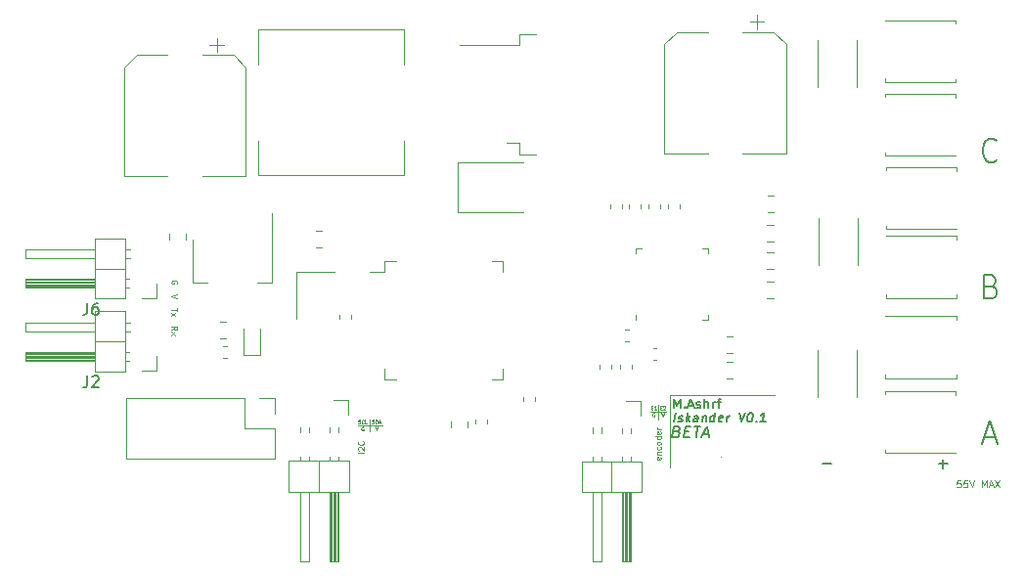
<source format=gbr>
%TF.GenerationSoftware,KiCad,Pcbnew,(5.1.6)-1*%
%TF.CreationDate,2021-03-31T23:30:28+02:00*%
%TF.ProjectId,DRIVER_8323_based,44524956-4552-45f3-9833-32335f626173,rev?*%
%TF.SameCoordinates,Original*%
%TF.FileFunction,Legend,Top*%
%TF.FilePolarity,Positive*%
%FSLAX46Y46*%
G04 Gerber Fmt 4.6, Leading zero omitted, Abs format (unit mm)*
G04 Created by KiCad (PCBNEW (5.1.6)-1) date 2021-03-31 23:30:28*
%MOMM*%
%LPD*%
G01*
G04 APERTURE LIST*
%ADD10C,0.000008*%
%ADD11C,0.150000*%
%ADD12C,0.120000*%
%ADD13C,0.100000*%
%ADD14C,0.075000*%
%ADD15C,0.062500*%
%ADD16C,0.125000*%
G04 APERTURE END LIST*
D10*
X134126429Y-81797448D02*
G75*
G02*
X134126607Y-81796854I249J249D01*
G01*
X134145500Y-81794088D02*
X134137772Y-81794967D01*
X134131488Y-81795919D02*
X134126607Y-81796854D01*
X134137772Y-81794967D02*
X134131488Y-81795919D01*
X134127706Y-81797936D02*
G75*
G02*
X134126429Y-81797449I-94J1670D01*
G01*
D11*
X130093764Y-78811904D02*
X130193764Y-78011904D01*
X130441383Y-78773809D02*
X130512812Y-78811904D01*
X130665193Y-78811904D01*
X130746145Y-78773809D01*
X130793764Y-78697619D01*
X130798526Y-78659523D01*
X130769955Y-78583333D01*
X130698526Y-78545238D01*
X130584241Y-78545238D01*
X130512812Y-78507142D01*
X130484241Y-78430952D01*
X130489002Y-78392857D01*
X130536622Y-78316666D01*
X130617574Y-78278571D01*
X130731860Y-78278571D01*
X130803288Y-78316666D01*
X131122336Y-78811904D02*
X131222336Y-78011904D01*
X131236622Y-78507142D02*
X131427098Y-78811904D01*
X131493764Y-78278571D02*
X131150907Y-78583333D01*
X132112812Y-78811904D02*
X132165193Y-78392857D01*
X132136622Y-78316666D01*
X132065193Y-78278571D01*
X131912812Y-78278571D01*
X131831860Y-78316666D01*
X132117574Y-78773809D02*
X132036622Y-78811904D01*
X131846145Y-78811904D01*
X131774717Y-78773809D01*
X131746145Y-78697619D01*
X131755669Y-78621428D01*
X131803288Y-78545238D01*
X131884241Y-78507142D01*
X132074717Y-78507142D01*
X132155669Y-78469047D01*
X132560431Y-78278571D02*
X132493764Y-78811904D01*
X132550907Y-78354761D02*
X132593764Y-78316666D01*
X132674717Y-78278571D01*
X132789002Y-78278571D01*
X132860431Y-78316666D01*
X132889002Y-78392857D01*
X132836622Y-78811904D01*
X133560431Y-78811904D02*
X133660431Y-78011904D01*
X133565193Y-78773809D02*
X133484241Y-78811904D01*
X133331860Y-78811904D01*
X133260431Y-78773809D01*
X133227098Y-78735714D01*
X133198526Y-78659523D01*
X133227098Y-78430952D01*
X133274717Y-78354761D01*
X133317574Y-78316666D01*
X133398526Y-78278571D01*
X133550907Y-78278571D01*
X133622336Y-78316666D01*
X134250907Y-78773809D02*
X134169955Y-78811904D01*
X134017574Y-78811904D01*
X133946145Y-78773809D01*
X133917574Y-78697619D01*
X133955669Y-78392857D01*
X134003288Y-78316666D01*
X134084241Y-78278571D01*
X134236622Y-78278571D01*
X134308050Y-78316666D01*
X134336622Y-78392857D01*
X134327098Y-78469047D01*
X133936622Y-78545238D01*
X134627098Y-78811904D02*
X134693764Y-78278571D01*
X134674717Y-78430952D02*
X134722336Y-78354761D01*
X134765193Y-78316666D01*
X134846145Y-78278571D01*
X134922336Y-78278571D01*
X135717574Y-78011904D02*
X135884241Y-78811904D01*
X136250907Y-78011904D01*
X136669955Y-78011904D02*
X136746145Y-78011904D01*
X136817574Y-78050000D01*
X136850907Y-78088095D01*
X136879479Y-78164285D01*
X136898526Y-78316666D01*
X136874717Y-78507142D01*
X136817574Y-78659523D01*
X136769955Y-78735714D01*
X136727098Y-78773809D01*
X136646145Y-78811904D01*
X136569955Y-78811904D01*
X136498526Y-78773809D01*
X136465193Y-78735714D01*
X136436622Y-78659523D01*
X136417574Y-78507142D01*
X136441383Y-78316666D01*
X136498526Y-78164285D01*
X136546145Y-78088095D01*
X136589002Y-78050000D01*
X136669955Y-78011904D01*
X137189002Y-78735714D02*
X137222336Y-78773809D01*
X137179479Y-78811904D01*
X137146145Y-78773809D01*
X137189002Y-78735714D01*
X137179479Y-78811904D01*
X137979479Y-78811904D02*
X137522336Y-78811904D01*
X137750907Y-78811904D02*
X137850907Y-78011904D01*
X137760431Y-78126190D01*
X137674717Y-78202380D01*
X137593764Y-78240476D01*
X142969047Y-82371428D02*
X143730952Y-82371428D01*
X152969047Y-82421428D02*
X153730952Y-82421428D01*
X153350000Y-82802380D02*
X153350000Y-82040476D01*
D12*
X129700000Y-76450000D02*
X138750000Y-76450000D01*
X129700000Y-76450000D02*
X129700000Y-82750000D01*
D13*
X87050000Y-66828571D02*
X87073809Y-66780952D01*
X87073809Y-66709523D01*
X87050000Y-66638095D01*
X87002380Y-66590476D01*
X86954761Y-66566666D01*
X86859523Y-66542857D01*
X86788095Y-66542857D01*
X86692857Y-66566666D01*
X86645238Y-66590476D01*
X86597619Y-66638095D01*
X86573809Y-66709523D01*
X86573809Y-66757142D01*
X86597619Y-66828571D01*
X86621428Y-66852380D01*
X86788095Y-66852380D01*
X86788095Y-66757142D01*
X87073809Y-67757142D02*
X86573809Y-67923809D01*
X87073809Y-68090476D01*
X87073809Y-68947619D02*
X87073809Y-69233333D01*
X86573809Y-69090476D02*
X87073809Y-69090476D01*
X86573809Y-69352380D02*
X86907142Y-69614285D01*
X86907142Y-69352380D02*
X86573809Y-69614285D01*
X86573809Y-70852380D02*
X86811904Y-70685714D01*
X86573809Y-70566666D02*
X87073809Y-70566666D01*
X87073809Y-70757142D01*
X87050000Y-70804761D01*
X87026190Y-70828571D01*
X86978571Y-70852380D01*
X86907142Y-70852380D01*
X86859523Y-70828571D01*
X86835714Y-70804761D01*
X86811904Y-70757142D01*
X86811904Y-70566666D01*
X86573809Y-71019047D02*
X86907142Y-71280952D01*
X86907142Y-71019047D02*
X86573809Y-71280952D01*
X103226190Y-81488095D02*
X102726190Y-81488095D01*
X102773809Y-81273809D02*
X102750000Y-81250000D01*
X102726190Y-81202380D01*
X102726190Y-81083333D01*
X102750000Y-81035714D01*
X102773809Y-81011904D01*
X102821428Y-80988095D01*
X102869047Y-80988095D01*
X102940476Y-81011904D01*
X103226190Y-81297619D01*
X103226190Y-80988095D01*
X103178571Y-80488095D02*
X103202380Y-80511904D01*
X103226190Y-80583333D01*
X103226190Y-80630952D01*
X103202380Y-80702380D01*
X103154761Y-80750000D01*
X103107142Y-80773809D01*
X103011904Y-80797619D01*
X102940476Y-80797619D01*
X102845238Y-80773809D01*
X102797619Y-80750000D01*
X102750000Y-80702380D01*
X102726190Y-80630952D01*
X102726190Y-80583333D01*
X102750000Y-80511904D01*
X102773809Y-80488095D01*
D12*
X103700000Y-78600000D02*
X103700000Y-79600000D01*
X102700000Y-79100000D02*
X104800000Y-79100000D01*
D14*
X104200000Y-79235714D02*
X104300000Y-79535714D01*
X104400000Y-79235714D01*
X103935714Y-78921428D02*
X103978571Y-78935714D01*
X104050000Y-78935714D01*
X104078571Y-78921428D01*
X104092857Y-78907142D01*
X104107142Y-78878571D01*
X104107142Y-78850000D01*
X104092857Y-78821428D01*
X104078571Y-78807142D01*
X104050000Y-78792857D01*
X103992857Y-78778571D01*
X103964285Y-78764285D01*
X103950000Y-78750000D01*
X103935714Y-78721428D01*
X103935714Y-78692857D01*
X103950000Y-78664285D01*
X103964285Y-78650000D01*
X103992857Y-78635714D01*
X104064285Y-78635714D01*
X104107142Y-78650000D01*
X104235714Y-78935714D02*
X104235714Y-78635714D01*
X104307142Y-78635714D01*
X104350000Y-78650000D01*
X104378571Y-78678571D01*
X104392857Y-78707142D01*
X104407142Y-78764285D01*
X104407142Y-78807142D01*
X104392857Y-78864285D01*
X104378571Y-78892857D01*
X104350000Y-78921428D01*
X104307142Y-78935714D01*
X104235714Y-78935714D01*
X104521428Y-78850000D02*
X104664285Y-78850000D01*
X104492857Y-78935714D02*
X104592857Y-78635714D01*
X104692857Y-78935714D01*
X102742857Y-78921428D02*
X102785714Y-78935714D01*
X102857142Y-78935714D01*
X102885714Y-78921428D01*
X102900000Y-78907142D01*
X102914285Y-78878571D01*
X102914285Y-78850000D01*
X102900000Y-78821428D01*
X102885714Y-78807142D01*
X102857142Y-78792857D01*
X102800000Y-78778571D01*
X102771428Y-78764285D01*
X102757142Y-78750000D01*
X102742857Y-78721428D01*
X102742857Y-78692857D01*
X102757142Y-78664285D01*
X102771428Y-78650000D01*
X102800000Y-78635714D01*
X102871428Y-78635714D01*
X102914285Y-78650000D01*
X103214285Y-78907142D02*
X103200000Y-78921428D01*
X103157142Y-78935714D01*
X103128571Y-78935714D01*
X103085714Y-78921428D01*
X103057142Y-78892857D01*
X103042857Y-78864285D01*
X103028571Y-78807142D01*
X103028571Y-78764285D01*
X103042857Y-78707142D01*
X103057142Y-78678571D01*
X103085714Y-78650000D01*
X103128571Y-78635714D01*
X103157142Y-78635714D01*
X103200000Y-78650000D01*
X103214285Y-78664285D01*
X103485714Y-78935714D02*
X103342857Y-78935714D01*
X103342857Y-78635714D01*
D15*
X103178571Y-79250000D02*
X103150000Y-79235714D01*
X103107142Y-79235714D01*
X103064285Y-79250000D01*
X103035714Y-79278571D01*
X103021428Y-79307142D01*
X103007142Y-79364285D01*
X103007142Y-79407142D01*
X103021428Y-79464285D01*
X103035714Y-79492857D01*
X103064285Y-79521428D01*
X103107142Y-79535714D01*
X103135714Y-79535714D01*
X103178571Y-79521428D01*
X103192857Y-79507142D01*
X103192857Y-79407142D01*
X103135714Y-79407142D01*
D12*
X128000000Y-77900000D02*
X129400000Y-77900000D01*
X128700000Y-77300000D02*
X128700000Y-78600000D01*
D14*
X128892857Y-77578571D02*
X128992857Y-77578571D01*
X129035714Y-77735714D02*
X128892857Y-77735714D01*
X128892857Y-77435714D01*
X129035714Y-77435714D01*
X129150000Y-77464285D02*
X129164285Y-77450000D01*
X129192857Y-77435714D01*
X129264285Y-77435714D01*
X129292857Y-77450000D01*
X129307142Y-77464285D01*
X129321428Y-77492857D01*
X129321428Y-77521428D01*
X129307142Y-77564285D01*
X129135714Y-77735714D01*
X129321428Y-77735714D01*
X128092857Y-77578571D02*
X128192857Y-77578571D01*
X128235714Y-77735714D02*
X128092857Y-77735714D01*
X128092857Y-77435714D01*
X128235714Y-77435714D01*
X128521428Y-77735714D02*
X128350000Y-77735714D01*
X128435714Y-77735714D02*
X128435714Y-77435714D01*
X128407142Y-77478571D01*
X128378571Y-77507142D01*
X128350000Y-77521428D01*
X129000000Y-78035714D02*
X129100000Y-78335714D01*
X129200000Y-78035714D01*
D15*
X128378571Y-78050000D02*
X128350000Y-78035714D01*
X128307142Y-78035714D01*
X128264285Y-78050000D01*
X128235714Y-78078571D01*
X128221428Y-78107142D01*
X128207142Y-78164285D01*
X128207142Y-78207142D01*
X128221428Y-78264285D01*
X128235714Y-78292857D01*
X128264285Y-78321428D01*
X128307142Y-78335714D01*
X128335714Y-78335714D01*
X128378571Y-78321428D01*
X128392857Y-78307142D01*
X128392857Y-78207142D01*
X128335714Y-78207142D01*
D13*
X128902380Y-81866666D02*
X128926190Y-81914285D01*
X128926190Y-82009523D01*
X128902380Y-82057142D01*
X128854761Y-82080952D01*
X128664285Y-82080952D01*
X128616666Y-82057142D01*
X128592857Y-82009523D01*
X128592857Y-81914285D01*
X128616666Y-81866666D01*
X128664285Y-81842857D01*
X128711904Y-81842857D01*
X128759523Y-82080952D01*
X128592857Y-81628571D02*
X128926190Y-81628571D01*
X128640476Y-81628571D02*
X128616666Y-81604761D01*
X128592857Y-81557142D01*
X128592857Y-81485714D01*
X128616666Y-81438095D01*
X128664285Y-81414285D01*
X128926190Y-81414285D01*
X128902380Y-80961904D02*
X128926190Y-81009523D01*
X128926190Y-81104761D01*
X128902380Y-81152380D01*
X128878571Y-81176190D01*
X128830952Y-81200000D01*
X128688095Y-81200000D01*
X128640476Y-81176190D01*
X128616666Y-81152380D01*
X128592857Y-81104761D01*
X128592857Y-81009523D01*
X128616666Y-80961904D01*
X128926190Y-80676190D02*
X128902380Y-80723809D01*
X128878571Y-80747619D01*
X128830952Y-80771428D01*
X128688095Y-80771428D01*
X128640476Y-80747619D01*
X128616666Y-80723809D01*
X128592857Y-80676190D01*
X128592857Y-80604761D01*
X128616666Y-80557142D01*
X128640476Y-80533333D01*
X128688095Y-80509523D01*
X128830952Y-80509523D01*
X128878571Y-80533333D01*
X128902380Y-80557142D01*
X128926190Y-80604761D01*
X128926190Y-80676190D01*
X128926190Y-80080952D02*
X128426190Y-80080952D01*
X128902380Y-80080952D02*
X128926190Y-80128571D01*
X128926190Y-80223809D01*
X128902380Y-80271428D01*
X128878571Y-80295238D01*
X128830952Y-80319047D01*
X128688095Y-80319047D01*
X128640476Y-80295238D01*
X128616666Y-80271428D01*
X128592857Y-80223809D01*
X128592857Y-80128571D01*
X128616666Y-80080952D01*
X128902380Y-79652380D02*
X128926190Y-79700000D01*
X128926190Y-79795238D01*
X128902380Y-79842857D01*
X128854761Y-79866666D01*
X128664285Y-79866666D01*
X128616666Y-79842857D01*
X128592857Y-79795238D01*
X128592857Y-79700000D01*
X128616666Y-79652380D01*
X128664285Y-79628571D01*
X128711904Y-79628571D01*
X128759523Y-79866666D01*
X128926190Y-79414285D02*
X128592857Y-79414285D01*
X128688095Y-79414285D02*
X128640476Y-79390476D01*
X128616666Y-79366666D01*
X128592857Y-79319047D01*
X128592857Y-79271428D01*
D11*
X130325014Y-79628571D02*
X130461919Y-79676190D01*
X130503586Y-79723809D01*
X130539300Y-79819047D01*
X130521443Y-79961904D01*
X130461919Y-80057142D01*
X130408348Y-80104761D01*
X130307157Y-80152380D01*
X129926205Y-80152380D01*
X130051205Y-79152380D01*
X130384538Y-79152380D01*
X130473824Y-79200000D01*
X130515491Y-79247619D01*
X130551205Y-79342857D01*
X130539300Y-79438095D01*
X130479776Y-79533333D01*
X130426205Y-79580952D01*
X130325014Y-79628571D01*
X129991681Y-79628571D01*
X130991681Y-79628571D02*
X131325014Y-79628571D01*
X131402395Y-80152380D02*
X130926205Y-80152380D01*
X131051205Y-79152380D01*
X131527395Y-79152380D01*
X131813110Y-79152380D02*
X132384538Y-79152380D01*
X131973824Y-80152380D02*
X132098824Y-79152380D01*
X132580967Y-79866666D02*
X133057157Y-79866666D01*
X132450014Y-80152380D02*
X132908348Y-79152380D01*
X133116681Y-80152380D01*
X130088095Y-77611904D02*
X130088095Y-76811904D01*
X130354761Y-77383333D01*
X130621428Y-76811904D01*
X130621428Y-77611904D01*
X131002380Y-77535714D02*
X131040476Y-77573809D01*
X131002380Y-77611904D01*
X130964285Y-77573809D01*
X131002380Y-77535714D01*
X131002380Y-77611904D01*
X131345238Y-77383333D02*
X131726190Y-77383333D01*
X131269047Y-77611904D02*
X131535714Y-76811904D01*
X131802380Y-77611904D01*
X132030952Y-77573809D02*
X132107142Y-77611904D01*
X132259523Y-77611904D01*
X132335714Y-77573809D01*
X132373809Y-77497619D01*
X132373809Y-77459523D01*
X132335714Y-77383333D01*
X132259523Y-77345238D01*
X132145238Y-77345238D01*
X132069047Y-77307142D01*
X132030952Y-77230952D01*
X132030952Y-77192857D01*
X132069047Y-77116666D01*
X132145238Y-77078571D01*
X132259523Y-77078571D01*
X132335714Y-77116666D01*
X132716666Y-77611904D02*
X132716666Y-76811904D01*
X133059523Y-77611904D02*
X133059523Y-77192857D01*
X133021428Y-77116666D01*
X132945238Y-77078571D01*
X132830952Y-77078571D01*
X132754761Y-77116666D01*
X132716666Y-77154761D01*
X133440476Y-77611904D02*
X133440476Y-77078571D01*
X133440476Y-77230952D02*
X133478571Y-77154761D01*
X133516666Y-77116666D01*
X133592857Y-77078571D01*
X133669047Y-77078571D01*
X133821428Y-77078571D02*
X134126190Y-77078571D01*
X133935714Y-77611904D02*
X133935714Y-76926190D01*
X133973809Y-76850000D01*
X134050000Y-76811904D01*
X134126190Y-76811904D01*
D16*
X154885714Y-83871428D02*
X154600000Y-83871428D01*
X154571428Y-84157142D01*
X154600000Y-84128571D01*
X154657142Y-84100000D01*
X154800000Y-84100000D01*
X154857142Y-84128571D01*
X154885714Y-84157142D01*
X154914285Y-84214285D01*
X154914285Y-84357142D01*
X154885714Y-84414285D01*
X154857142Y-84442857D01*
X154800000Y-84471428D01*
X154657142Y-84471428D01*
X154600000Y-84442857D01*
X154571428Y-84414285D01*
X155457142Y-83871428D02*
X155171428Y-83871428D01*
X155142857Y-84157142D01*
X155171428Y-84128571D01*
X155228571Y-84100000D01*
X155371428Y-84100000D01*
X155428571Y-84128571D01*
X155457142Y-84157142D01*
X155485714Y-84214285D01*
X155485714Y-84357142D01*
X155457142Y-84414285D01*
X155428571Y-84442857D01*
X155371428Y-84471428D01*
X155228571Y-84471428D01*
X155171428Y-84442857D01*
X155142857Y-84414285D01*
X155657142Y-83871428D02*
X155857142Y-84471428D01*
X156057142Y-83871428D01*
X156714285Y-84471428D02*
X156714285Y-83871428D01*
X156914285Y-84300000D01*
X157114285Y-83871428D01*
X157114285Y-84471428D01*
X157371428Y-84300000D02*
X157657142Y-84300000D01*
X157314285Y-84471428D02*
X157514285Y-83871428D01*
X157714285Y-84471428D01*
X157857142Y-83871428D02*
X158257142Y-84471428D01*
X158257142Y-83871428D02*
X157857142Y-84471428D01*
D11*
X158019047Y-56114285D02*
X157923809Y-56209523D01*
X157638095Y-56304761D01*
X157447619Y-56304761D01*
X157161904Y-56209523D01*
X156971428Y-56019047D01*
X156876190Y-55828571D01*
X156780952Y-55447619D01*
X156780952Y-55161904D01*
X156876190Y-54780952D01*
X156971428Y-54590476D01*
X157161904Y-54400000D01*
X157447619Y-54304761D01*
X157638095Y-54304761D01*
X157923809Y-54400000D01*
X158019047Y-54495238D01*
X156923809Y-80133333D02*
X157876190Y-80133333D01*
X156733333Y-80704761D02*
X157400000Y-78704761D01*
X158066666Y-80704761D01*
X157542857Y-67057142D02*
X157828571Y-67152380D01*
X157923809Y-67247619D01*
X158019047Y-67438095D01*
X158019047Y-67723809D01*
X157923809Y-67914285D01*
X157828571Y-68009523D01*
X157638095Y-68104761D01*
X156876190Y-68104761D01*
X156876190Y-66104761D01*
X157542857Y-66104761D01*
X157733333Y-66200000D01*
X157828571Y-66295238D01*
X157923809Y-66485714D01*
X157923809Y-66676190D01*
X157828571Y-66866666D01*
X157733333Y-66961904D01*
X157542857Y-67057142D01*
X156876190Y-67057142D01*
D12*
%TO.C,Q6*%
X154435000Y-49410000D02*
X148315000Y-49410000D01*
X154435000Y-44040000D02*
X148315000Y-44040000D01*
X148315000Y-49060000D02*
X148315000Y-49410000D01*
X154435000Y-49110000D02*
X154435000Y-49410000D01*
X154435000Y-44340000D02*
X154435000Y-44040000D01*
%TO.C,Q5*%
X154535000Y-68085000D02*
X148415000Y-68085000D01*
X154535000Y-62715000D02*
X148415000Y-62715000D01*
X148415000Y-67735000D02*
X148415000Y-68085000D01*
X154535000Y-67785000D02*
X154535000Y-68085000D01*
X154535000Y-63015000D02*
X154535000Y-62715000D01*
%TO.C,Q4*%
X154510000Y-75035000D02*
X148390000Y-75035000D01*
X154510000Y-69665000D02*
X148390000Y-69665000D01*
X148390000Y-74685000D02*
X148390000Y-75035000D01*
X154510000Y-74735000D02*
X154510000Y-75035000D01*
X154510000Y-69965000D02*
X154510000Y-69665000D01*
%TO.C,Q3*%
X148340000Y-50390000D02*
X154460000Y-50390000D01*
X148340000Y-55760000D02*
X154460000Y-55760000D01*
X154460000Y-50740000D02*
X154460000Y-50390000D01*
X148340000Y-50690000D02*
X148340000Y-50390000D01*
X148340000Y-55460000D02*
X148340000Y-55760000D01*
%TO.C,Q2*%
X148415000Y-56740000D02*
X154535000Y-56740000D01*
X148415000Y-62110000D02*
X154535000Y-62110000D01*
X154535000Y-57090000D02*
X154535000Y-56740000D01*
X148415000Y-57040000D02*
X148415000Y-56740000D01*
X148415000Y-61810000D02*
X148415000Y-62110000D01*
%TO.C,Q1*%
X148340000Y-76115000D02*
X154460000Y-76115000D01*
X148340000Y-81485000D02*
X154460000Y-81485000D01*
X154460000Y-76465000D02*
X154460000Y-76115000D01*
X148340000Y-76415000D02*
X148340000Y-76115000D01*
X148340000Y-81185000D02*
X148340000Y-81485000D01*
%TO.C,J6*%
X82560000Y-68130000D02*
X82560000Y-62930000D01*
X82560000Y-62930000D02*
X79900000Y-62930000D01*
X79900000Y-62930000D02*
X79900000Y-68130000D01*
X79900000Y-68130000D02*
X82560000Y-68130000D01*
X79900000Y-67180000D02*
X73900000Y-67180000D01*
X73900000Y-67180000D02*
X73900000Y-66420000D01*
X73900000Y-66420000D02*
X79900000Y-66420000D01*
X79900000Y-67120000D02*
X73900000Y-67120000D01*
X79900000Y-67000000D02*
X73900000Y-67000000D01*
X79900000Y-66880000D02*
X73900000Y-66880000D01*
X79900000Y-66760000D02*
X73900000Y-66760000D01*
X79900000Y-66640000D02*
X73900000Y-66640000D01*
X79900000Y-66520000D02*
X73900000Y-66520000D01*
X82890000Y-67180000D02*
X82560000Y-67180000D01*
X82890000Y-66420000D02*
X82560000Y-66420000D01*
X82560000Y-65530000D02*
X79900000Y-65530000D01*
X79900000Y-64640000D02*
X73900000Y-64640000D01*
X73900000Y-64640000D02*
X73900000Y-63880000D01*
X73900000Y-63880000D02*
X79900000Y-63880000D01*
X82957071Y-64640000D02*
X82560000Y-64640000D01*
X82957071Y-63880000D02*
X82560000Y-63880000D01*
X85270000Y-66800000D02*
X85270000Y-68070000D01*
X85270000Y-68070000D02*
X84000000Y-68070000D01*
%TO.C,J2*%
X82560000Y-74430000D02*
X82560000Y-69230000D01*
X82560000Y-69230000D02*
X79900000Y-69230000D01*
X79900000Y-69230000D02*
X79900000Y-74430000D01*
X79900000Y-74430000D02*
X82560000Y-74430000D01*
X79900000Y-73480000D02*
X73900000Y-73480000D01*
X73900000Y-73480000D02*
X73900000Y-72720000D01*
X73900000Y-72720000D02*
X79900000Y-72720000D01*
X79900000Y-73420000D02*
X73900000Y-73420000D01*
X79900000Y-73300000D02*
X73900000Y-73300000D01*
X79900000Y-73180000D02*
X73900000Y-73180000D01*
X79900000Y-73060000D02*
X73900000Y-73060000D01*
X79900000Y-72940000D02*
X73900000Y-72940000D01*
X79900000Y-72820000D02*
X73900000Y-72820000D01*
X82890000Y-73480000D02*
X82560000Y-73480000D01*
X82890000Y-72720000D02*
X82560000Y-72720000D01*
X82560000Y-71830000D02*
X79900000Y-71830000D01*
X79900000Y-70940000D02*
X73900000Y-70940000D01*
X73900000Y-70940000D02*
X73900000Y-70180000D01*
X73900000Y-70180000D02*
X79900000Y-70180000D01*
X82957071Y-70940000D02*
X82560000Y-70940000D01*
X82957071Y-70180000D02*
X82560000Y-70180000D01*
X85270000Y-73100000D02*
X85270000Y-74370000D01*
X85270000Y-74370000D02*
X84000000Y-74370000D01*
%TO.C,J5*%
X82660000Y-76770000D02*
X82660000Y-81970000D01*
X92880000Y-76770000D02*
X82660000Y-76770000D01*
X95480000Y-81970000D02*
X82660000Y-81970000D01*
X92880000Y-76770000D02*
X92880000Y-79370000D01*
X92880000Y-79370000D02*
X95480000Y-79370000D01*
X95480000Y-79370000D02*
X95480000Y-81970000D01*
X94150000Y-76770000D02*
X95480000Y-76770000D01*
X95480000Y-76770000D02*
X95480000Y-78100000D01*
%TO.C,J3*%
X101930000Y-82180000D02*
X96730000Y-82180000D01*
X96730000Y-82180000D02*
X96730000Y-84840000D01*
X96730000Y-84840000D02*
X101930000Y-84840000D01*
X101930000Y-84840000D02*
X101930000Y-82180000D01*
X100980000Y-84840000D02*
X100980000Y-90840000D01*
X100980000Y-90840000D02*
X100220000Y-90840000D01*
X100220000Y-90840000D02*
X100220000Y-84840000D01*
X100920000Y-84840000D02*
X100920000Y-90840000D01*
X100800000Y-84840000D02*
X100800000Y-90840000D01*
X100680000Y-84840000D02*
X100680000Y-90840000D01*
X100560000Y-84840000D02*
X100560000Y-90840000D01*
X100440000Y-84840000D02*
X100440000Y-90840000D01*
X100320000Y-84840000D02*
X100320000Y-90840000D01*
X100980000Y-81782929D02*
X100980000Y-82180000D01*
X100220000Y-81782929D02*
X100220000Y-82180000D01*
X100980000Y-79310000D02*
X100980000Y-79697071D01*
X100220000Y-79310000D02*
X100220000Y-79697071D01*
X99330000Y-82180000D02*
X99330000Y-84840000D01*
X98440000Y-84840000D02*
X98440000Y-90840000D01*
X98440000Y-90840000D02*
X97680000Y-90840000D01*
X97680000Y-90840000D02*
X97680000Y-84840000D01*
X98440000Y-81782929D02*
X98440000Y-82180000D01*
X97680000Y-81782929D02*
X97680000Y-82180000D01*
X98440000Y-79242929D02*
X98440000Y-79697071D01*
X97680000Y-79242929D02*
X97680000Y-79697071D01*
X100600000Y-76930000D02*
X101870000Y-76930000D01*
X101870000Y-76930000D02*
X101870000Y-78200000D01*
%TO.C,J1*%
X127280000Y-82240000D02*
X122080000Y-82240000D01*
X122080000Y-82240000D02*
X122080000Y-84900000D01*
X122080000Y-84900000D02*
X127280000Y-84900000D01*
X127280000Y-84900000D02*
X127280000Y-82240000D01*
X126330000Y-84900000D02*
X126330000Y-90900000D01*
X126330000Y-90900000D02*
X125570000Y-90900000D01*
X125570000Y-90900000D02*
X125570000Y-84900000D01*
X126270000Y-84900000D02*
X126270000Y-90900000D01*
X126150000Y-84900000D02*
X126150000Y-90900000D01*
X126030000Y-84900000D02*
X126030000Y-90900000D01*
X125910000Y-84900000D02*
X125910000Y-90900000D01*
X125790000Y-84900000D02*
X125790000Y-90900000D01*
X125670000Y-84900000D02*
X125670000Y-90900000D01*
X126330000Y-81842929D02*
X126330000Y-82240000D01*
X125570000Y-81842929D02*
X125570000Y-82240000D01*
X126330000Y-79370000D02*
X126330000Y-79757071D01*
X125570000Y-79370000D02*
X125570000Y-79757071D01*
X124680000Y-82240000D02*
X124680000Y-84900000D01*
X123790000Y-84900000D02*
X123790000Y-90900000D01*
X123790000Y-90900000D02*
X123030000Y-90900000D01*
X123030000Y-90900000D02*
X123030000Y-84900000D01*
X123790000Y-81842929D02*
X123790000Y-82240000D01*
X123030000Y-81842929D02*
X123030000Y-82240000D01*
X123790000Y-79302929D02*
X123790000Y-79757071D01*
X123030000Y-79302929D02*
X123030000Y-79757071D01*
X125950000Y-76990000D02*
X127220000Y-76990000D01*
X127220000Y-76990000D02*
X127220000Y-78260000D01*
%TO.C,R9*%
X134641422Y-71390000D02*
X135158578Y-71390000D01*
X134641422Y-72810000D02*
X135158578Y-72810000D01*
%TO.C,U2*%
X126770000Y-64244216D02*
X126770000Y-63769216D01*
X126770000Y-63769216D02*
X127245000Y-63769216D01*
X132990000Y-69514216D02*
X132990000Y-69989216D01*
X132990000Y-69989216D02*
X132515000Y-69989216D01*
X132990000Y-64244216D02*
X132990000Y-63769216D01*
X132990000Y-63769216D02*
X132515000Y-63769216D01*
X126770000Y-69514216D02*
X126770000Y-69989216D01*
%TO.C,R17*%
X125560000Y-60312779D02*
X125560000Y-59987221D01*
X124540000Y-60312779D02*
X124540000Y-59987221D01*
%TO.C,R16*%
X127160000Y-60312779D02*
X127160000Y-59987221D01*
X126140000Y-60312779D02*
X126140000Y-59987221D01*
%TO.C,R15*%
X128910000Y-60312779D02*
X128910000Y-59987221D01*
X127890000Y-60312779D02*
X127890000Y-59987221D01*
%TO.C,U4*%
X118150000Y-45225000D02*
X116650000Y-45225000D01*
X116650000Y-45225000D02*
X116650000Y-46175000D01*
X116650000Y-46175000D02*
X111525000Y-46175000D01*
X118150000Y-55625000D02*
X116650000Y-55625000D01*
X116650000Y-55625000D02*
X116650000Y-54675000D01*
X116650000Y-54675000D02*
X115550000Y-54675000D01*
%TO.C,U1*%
X88440000Y-66760000D02*
X89700000Y-66760000D01*
X95260000Y-66760000D02*
X94000000Y-66760000D01*
X88440000Y-63000000D02*
X88440000Y-66760000D01*
X95260000Y-60750000D02*
X95260000Y-66760000D01*
%TO.C,C16*%
X123604000Y-74186279D02*
X123604000Y-73860721D01*
X124624000Y-74186279D02*
X124624000Y-73860721D01*
%TO.C,R5*%
X102160000Y-69900279D02*
X102160000Y-69574721D01*
X101140000Y-69900279D02*
X101140000Y-69574721D01*
%TO.C,L1*%
X94100000Y-47850000D02*
X94100000Y-44850000D01*
X94100000Y-44850000D02*
X106700000Y-44850000D01*
X106700000Y-44850000D02*
X106700000Y-47850000D01*
X106700000Y-54450000D02*
X106700000Y-57450000D01*
X106700000Y-57450000D02*
X94100000Y-57450000D01*
X94100000Y-57450000D02*
X94100000Y-54450000D01*
%TO.C,D1*%
X111360000Y-56350000D02*
X111360000Y-60650000D01*
X111360000Y-60650000D02*
X117060000Y-60650000D01*
X111360000Y-56350000D02*
X117060000Y-56350000D01*
%TO.C,C14*%
X82490000Y-57560000D02*
X86240000Y-57560000D01*
X93010000Y-57560000D02*
X89260000Y-57560000D01*
X93010000Y-48104437D02*
X93010000Y-57560000D01*
X82490000Y-48104437D02*
X82490000Y-57560000D01*
X83554437Y-47040000D02*
X86240000Y-47040000D01*
X91945563Y-47040000D02*
X89260000Y-47040000D01*
X91945563Y-47040000D02*
X93010000Y-48104437D01*
X83554437Y-47040000D02*
X82490000Y-48104437D01*
X90510000Y-45550000D02*
X90510000Y-46800000D01*
X91135000Y-46175000D02*
X89885000Y-46175000D01*
%TO.C,C13*%
X129240000Y-55560000D02*
X132990000Y-55560000D01*
X139760000Y-55560000D02*
X136010000Y-55560000D01*
X139760000Y-46104437D02*
X139760000Y-55560000D01*
X129240000Y-46104437D02*
X129240000Y-55560000D01*
X130304437Y-45040000D02*
X132990000Y-45040000D01*
X138695563Y-45040000D02*
X136010000Y-45040000D01*
X138695563Y-45040000D02*
X139760000Y-46104437D01*
X130304437Y-45040000D02*
X129240000Y-46104437D01*
X137260000Y-43550000D02*
X137260000Y-44800000D01*
X137885000Y-44175000D02*
X136635000Y-44175000D01*
%TO.C,U3*%
X114310000Y-75110000D02*
X115260000Y-75110000D01*
X115260000Y-75110000D02*
X115260000Y-74160000D01*
X105990000Y-75110000D02*
X105040000Y-75110000D01*
X105040000Y-75110000D02*
X105040000Y-74160000D01*
X114310000Y-64890000D02*
X115260000Y-64890000D01*
X115260000Y-64890000D02*
X115260000Y-65840000D01*
X105990000Y-64890000D02*
X105040000Y-64890000D01*
X105040000Y-64890000D02*
X105040000Y-65840000D01*
X105040000Y-65840000D02*
X103700000Y-65840000D01*
%TO.C,R3*%
X112216000Y-78735422D02*
X112216000Y-79252578D01*
X110796000Y-78735422D02*
X110796000Y-79252578D01*
%TO.C,R2*%
X99572578Y-63702000D02*
X99055422Y-63702000D01*
X99572578Y-62282000D02*
X99055422Y-62282000D01*
%TO.C,R1*%
X91352779Y-73260000D02*
X91027221Y-73260000D01*
X91352779Y-72240000D02*
X91027221Y-72240000D01*
%TO.C,HSE1*%
X100650000Y-65850000D02*
X97350000Y-65850000D01*
X97350000Y-65850000D02*
X97350000Y-69850000D01*
%TO.C,D2*%
X92815000Y-70700000D02*
X92815000Y-72985000D01*
X92815000Y-72985000D02*
X94285000Y-72985000D01*
X94285000Y-72985000D02*
X94285000Y-70700000D01*
%TO.C,C19*%
X113910000Y-78637221D02*
X113910000Y-78962779D01*
X112890000Y-78637221D02*
X112890000Y-78962779D01*
%TO.C,C3*%
X118060000Y-76687221D02*
X118060000Y-77012779D01*
X117040000Y-76687221D02*
X117040000Y-77012779D01*
%TO.C,C2*%
X91258578Y-71560000D02*
X90741422Y-71560000D01*
X91258578Y-70140000D02*
X90741422Y-70140000D01*
%TO.C,C1*%
X87810000Y-62491422D02*
X87810000Y-63008578D01*
X86390000Y-62491422D02*
X86390000Y-63008578D01*
%TO.C,R14*%
X145910000Y-45747936D02*
X145910000Y-49852064D01*
X142490000Y-45747936D02*
X142490000Y-49852064D01*
%TO.C,R13*%
X142590000Y-65252064D02*
X142590000Y-61147936D01*
X146010000Y-65252064D02*
X146010000Y-61147936D01*
%TO.C,R11*%
X138191422Y-59190000D02*
X138708578Y-59190000D01*
X138191422Y-60610000D02*
X138708578Y-60610000D01*
%TO.C,R10*%
X138141422Y-66690000D02*
X138658578Y-66690000D01*
X138141422Y-68110000D02*
X138658578Y-68110000D01*
%TO.C,R8*%
X138141422Y-61790000D02*
X138658578Y-61790000D01*
X138141422Y-63210000D02*
X138658578Y-63210000D01*
%TO.C,R7*%
X138141422Y-64140000D02*
X138658578Y-64140000D01*
X138141422Y-65560000D02*
X138658578Y-65560000D01*
%TO.C,R4*%
X130560000Y-59987221D02*
X130560000Y-60312779D01*
X129540000Y-59987221D02*
X129540000Y-60312779D01*
%TO.C,R12*%
X145910000Y-72547936D02*
X145910000Y-76652064D01*
X142490000Y-72547936D02*
X142490000Y-76652064D01*
%TO.C,C18*%
X126162779Y-71810000D02*
X125837221Y-71810000D01*
X126162779Y-70790000D02*
X125837221Y-70790000D01*
%TO.C,C17*%
X128571279Y-73428000D02*
X128245721Y-73428000D01*
X128571279Y-72408000D02*
X128245721Y-72408000D01*
%TO.C,R6*%
X134641422Y-73590000D02*
X135158578Y-73590000D01*
X134641422Y-75010000D02*
X135158578Y-75010000D01*
%TO.C,C15*%
X125382000Y-74171279D02*
X125382000Y-73845721D01*
X126402000Y-74171279D02*
X126402000Y-73845721D01*
%TO.C,J6*%
D11*
X79281666Y-68522380D02*
X79281666Y-69236666D01*
X79234047Y-69379523D01*
X79138809Y-69474761D01*
X78995952Y-69522380D01*
X78900714Y-69522380D01*
X80186428Y-68522380D02*
X79995952Y-68522380D01*
X79900714Y-68570000D01*
X79853095Y-68617619D01*
X79757857Y-68760476D01*
X79710238Y-68950952D01*
X79710238Y-69331904D01*
X79757857Y-69427142D01*
X79805476Y-69474761D01*
X79900714Y-69522380D01*
X80091190Y-69522380D01*
X80186428Y-69474761D01*
X80234047Y-69427142D01*
X80281666Y-69331904D01*
X80281666Y-69093809D01*
X80234047Y-68998571D01*
X80186428Y-68950952D01*
X80091190Y-68903333D01*
X79900714Y-68903333D01*
X79805476Y-68950952D01*
X79757857Y-68998571D01*
X79710238Y-69093809D01*
%TO.C,J2*%
X79281666Y-74822380D02*
X79281666Y-75536666D01*
X79234047Y-75679523D01*
X79138809Y-75774761D01*
X78995952Y-75822380D01*
X78900714Y-75822380D01*
X79710238Y-74917619D02*
X79757857Y-74870000D01*
X79853095Y-74822380D01*
X80091190Y-74822380D01*
X80186428Y-74870000D01*
X80234047Y-74917619D01*
X80281666Y-75012857D01*
X80281666Y-75108095D01*
X80234047Y-75250952D01*
X79662619Y-75822380D01*
X80281666Y-75822380D01*
%TD*%
M02*

</source>
